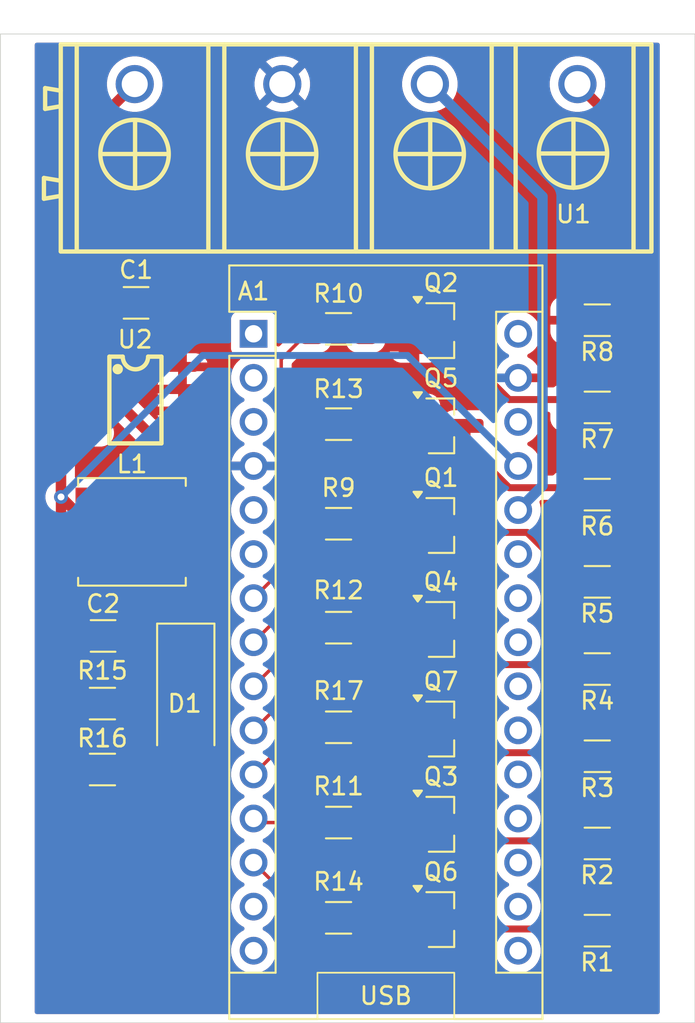
<source format=kicad_pcb>
(kicad_pcb (version 20241229) (generator "pcbnew") (generator_version "9.0")
  (layers (0 "F.Cu" signal) (2 "B.Cu" signal) (13 "F.Paste" user) (15 "B.Paste" user) (5 "F.SilkS" user "F.Silkscreen") (7 "B.SilkS" user "B.Silkscreen") (1 "F.Mask" user) (3 "B.Mask" user) (25 "Edge.Cuts" user))
  (net 0 "")
  (net 1 "GND")
  (net 2 "+BATT")
  (net 3 "Net-(D1-K)")
  (net 4 "VDD")
  (net 6 "SENSOR-OUT")
  (net 7 "MCU-A7")
  (net 8 "BIT4")
  (net 9 "MCU-D8")
  (net 10 "Net-(Q7-G)")
  (net 11 "Net-(C2-Pad2)")
  (net 12 "MCU-D10")
  (net 13 "Net-(Q6-G)")
  (net 14 "Net-(Q5-G)")
  (net 15 "MCU-D5")
  (net 16 "Net-(Q4-G)")
  (net 17 "MCU-D7")
  (net 18 "Net-(Q3-G)")
  (net 19 "MCU-D9")
  (net 20 "Net-(Q2-G)")
  (net 21 "MCU-D4")
  (net 22 "MCU-D6")
  (net 23 "Net-(Q1-G)")
  (net 24 "BIT1")
  (net 25 "BIT2")
  (net 26 "BIT3")
  (net 27 "BIT5")
  (net 28 "BIT6")
  (net 29 "BIT7")
  (footprint "easyeda2kicad:CONN-TH_4P-P8.50_MX8500-8.5-04P-GN01-CU-S-A" (layer "F.Cu") (at 88.61 76.39 180)
    (property "Reference" "U1" (at -12.52 -7.5 0) (layer "F.SilkS"))
    (property "Value" "MX8500-8.5-04P-BK01-CU-S-A")
    (fp_line (start 17.98 -5.41) (end 17.98 -6.61) (stroke (width 0.25)) (layer "F.SilkS"))
    (fp_line (start 17.98 -6.61) (end 17.11 -6.46) (stroke (width 0.25)) (layer "F.SilkS"))
    (fp_line (start 17.91 -0.23) (end 17.91 -1.43) (stroke (width 0.25)) (layer "F.SilkS"))
    (fp_line (start 17.91 -1.43) (end 17.04 -1.28) (stroke (width 0.25)) (layer "F.SilkS"))
    (fp_line (start 17.08 -5.56) (end 17.98 -5.41) (stroke (width 0.25)) (layer "F.SilkS"))
    (fp_line (start 17.01 -0.38) (end 17.91 -0.23) (stroke (width 0.25)) (layer "F.SilkS"))
    (fp_line (start 17.01 -9.65) (end 17.01 2.29) (stroke (width 0.25)) (layer "F.SilkS"))
    (fp_line (start 16.09 -9.6) (end 16.09 2.29) (stroke (width 0.25)) (layer "F.SilkS"))
    (fp_line (start 14.68 -4.03) (end 14.71 -4.06) (stroke (width 0.25)) (layer "F.SilkS"))
    (fp_line (start 12.73 -6.01) (end 12.73 -2.08) (stroke (width 0.25)) (layer "F.SilkS"))
    (fp_line (start 10.81 -4.03) (end 14.68 -4.03) (stroke (width 0.25)) (layer "F.SilkS"))
    (fp_line (start 8.51 -9.65) (end 8.51 2.29) (stroke (width 0.25)) (layer "F.SilkS"))
    (fp_line (start 7.59 -9.6) (end 7.59 2.29) (stroke (width 0.25)) (layer "F.SilkS"))
    (fp_line (start 6.18 -4.03) (end 6.21 -4.06) (stroke (width 0.25)) (layer "F.SilkS"))
    (fp_line (start 4.23 -6.01) (end 4.23 -2.08) (stroke (width 0.25)) (layer "F.SilkS"))
    (fp_line (start 2.31 -4.03) (end 6.18 -4.03) (stroke (width 0.25)) (layer "F.SilkS"))
    (fp_line (start 0.01 2.29) (end 17.01 2.29) (stroke (width 0.25)) (layer "F.SilkS"))
    (fp_line (start 0.01 2.29) (end -17.01 2.29) (stroke (width 0.25)) (layer "F.SilkS"))
    (fp_line (start 0.01 -9.65) (end 17.01 -9.65) (stroke (width 0.25)) (layer "F.SilkS"))
    (fp_line (start 0.01 -9.65) (end 0.01 2.29) (stroke (width 0.25)) (layer "F.SilkS"))
    (fp_line (start -0.91 -9.6) (end -0.91 2.29) (stroke (width 0.25)) (layer "F.SilkS"))
    (fp_line (start -2.32 -4.03) (end -2.29 -4.06) (stroke (width 0.25)) (layer "F.SilkS"))
    (fp_line (start -4.27 -6.01) (end -4.27 -2.08) (stroke (width 0.25)) (layer "F.SilkS"))
    (fp_line (start -6.19 -4.03) (end -2.32 -4.03) (stroke (width 0.25)) (layer "F.SilkS"))
    (fp_line (start -7.81 -9.6) (end -7.81 2.29) (stroke (width 0.25)) (layer "F.SilkS"))
    (fp_line (start -9.19 -9.6) (end -9.19 2.29) (stroke (width 0.25)) (layer "F.SilkS"))
    (fp_line (start -10.57 -4) (end -10.54 -4.03) (stroke (width 0.25)) (layer "F.SilkS"))
    (fp_line (start -12.52 -5.98) (end -12.52 -2.05) (stroke (width 0.25)) (layer "F.SilkS"))
    (fp_line (start -14.44 -4) (end -10.57 -4) (stroke (width 0.25)) (layer "F.SilkS"))
    (fp_line (start -15.98 -9.6) (end -15.98 2.29) (stroke (width 0.25)) (layer "F.SilkS"))
    (fp_line (start -17.01 2.29) (end -17.01 -9.65) (stroke (width 0.25)) (layer "F.SilkS"))
    (fp_line (start -17.01 -9.65) (end 0.01 -9.65) (stroke (width 0.25)) (layer "F.SilkS"))
    (fp_circle (center 12.76 -4.03) (end 14.73 -4.03) (stroke (width 0.25)) (fill no) (layer "F.SilkS"))
    (fp_circle (center 4.26 -4.03) (end 6.23 -4.03) (stroke (width 0.25)) (fill no) (layer "F.SilkS"))
    (fp_circle (center -4.24 -4.03) (end -2.27 -4.03) (stroke (width 0.25)) (fill no) (layer "F.SilkS"))
    (fp_circle (center -12.49 -4) (end -10.52 -4) (stroke (width 0.25)) (fill no) (layer "F.SilkS"))
    (pad "1" thru_hole circle (at -12.75 0 180) (size 2.2 2.2) (drill 1.500022) (layers "*.Cu" "*.Mask") (net 6 "SENSOR-OUT"))
    (pad "2" thru_hole circle (at -4.25 0 180) (size 2.2 2.2) (drill 1.500022) (layers "*.Cu" "*.Mask") (net 7 "MCU-A7"))
    (pad "3" thru_hole circle (at 4.25 0 180) (size 2.2 2.2) (drill 1.500022) (layers "*.Cu" "*.Mask") (net 1 "GND"))
    (pad "4" thru_hole circle (at 12.75 0 180) (size 2.2 2.2) (drill 1.500022) (layers "*.Cu" "*.Mask") (net 2 "+BATT"))
  )
  (footprint "Resistor_SMD:R_1206_3216Metric_Pad1.30x1.75mm_HandSolder" (layer "F.Cu") (at 102.5 105.081429 180)
    (property "Reference" "R5" (at 0 -1.83 0) (layer "F.SilkS"))
    (property "Value" "???")
    (fp_line (start -0.727064 0.91) (end 0.727064 0.91) (stroke (width 0.12)) (layer "F.SilkS"))
    (fp_line (start -0.727064 -0.91) (end 0.727064 -0.91) (stroke (width 0.12)) (layer "F.SilkS"))
    (pad "1" smd roundrect (at -1.55 0 180) (size 1.3 1.75) (layers "F.Cu" "F.Mask" "F.Paste") (roundrect_rratio 0.192308) (net 6 "SENSOR-OUT"))
    (pad "2" smd roundrect (at 1.55 0 180) (size 1.3 1.75) (layers "F.Cu" "F.Mask" "F.Paste") (roundrect_rratio 0.192308) (net 26 "BIT3"))
  )
  (footprint "Package_TO_SOT_SMD:SOT-23_Handsoldering" (layer "F.Cu") (at 93.5 90.6)
    (property "Reference" "Q2" (at 0 -2.75 0) (layer "F.SilkS"))
    (property "Value" "2N7002")
    (fp_line (start -0.04 -1.58) (end -0.84 -1.58) (stroke (width 0.12)) (layer "F.SilkS"))
    (fp_line (start -0.04 -1.58) (end 0.76 -1.58) (stroke (width 0.12)) (layer "F.SilkS"))
    (fp_line (start 0.76 -1.58) (end 0.76 -0.65) (stroke (width 0.12)) (layer "F.SilkS"))
    (fp_line (start 0.76 1.58) (end -0.7 1.58) (stroke (width 0.12)) (layer "F.SilkS"))
    (fp_line (start 0.76 1.58) (end 0.76 0.65) (stroke (width 0.12)) (layer "F.SilkS"))
    (fp_poly (pts (xy -1.34 -1.61) (xy -1.58 -1.94) (xy -1.1 -1.94) (xy -1.34 -1.61)) (stroke (width 0.12)) (fill yes) (layer "F.SilkS"))
    (pad "1" smd roundrect (at -1.5 -0.95) (size 1.9 0.8) (layers "F.Cu" "F.Mask" "F.Paste") (net 20 "Net-(Q2-G)"))
    (pad "2" smd roundrect (at -1.5 0.95) (size 1.9 0.8) (layers "F.Cu" "F.Mask" "F.Paste") (net 1 "GND"))
    (pad "3" smd roundrect (at 1.5 0) (size 1.9 0.8) (layers "F.Cu" "F.Mask" "F.Paste") (net 24 "BIT1"))
  )
  (footprint "Resistor_SMD:R_1206_3216Metric_Pad1.30x1.75mm_HandSolder" (layer "F.Cu") (at 102.5 110.108571 180)
    (property "Reference" "R4" (at 0 -1.83 0) (layer "F.SilkS"))
    (property "Value" "???")
    (fp_line (start -0.727064 0.91) (end 0.727064 0.91) (stroke (width 0.12)) (layer "F.SilkS"))
    (fp_line (start -0.727064 -0.91) (end 0.727064 -0.91) (stroke (width 0.12)) (layer "F.SilkS"))
    (pad "1" smd roundrect (at -1.55 0 180) (size 1.3 1.75) (layers "F.Cu" "F.Mask" "F.Paste") (roundrect_rratio 0.192308) (net 6 "SENSOR-OUT"))
    (pad "2" smd roundrect (at 1.55 0 180) (size 1.3 1.75) (layers "F.Cu" "F.Mask" "F.Paste") (roundrect_rratio 0.192308) (net 8 "BIT4"))
  )
  (footprint "Resistor_SMD:R_1206_3216Metric_Pad1.30x1.75mm_HandSolder" (layer "F.Cu") (at 102.5 100.054286 180)
    (property "Reference" "R6" (at 0 -1.83 0) (layer "F.SilkS"))
    (property "Value" "???")
    (fp_line (start -0.727064 0.91) (end 0.727064 0.91) (stroke (width 0.12)) (layer "F.SilkS"))
    (fp_line (start -0.727064 -0.91) (end 0.727064 -0.91) (stroke (width 0.12)) (layer "F.SilkS"))
    (pad "1" smd roundrect (at -1.55 0 180) (size 1.3 1.75) (layers "F.Cu" "F.Mask" "F.Paste") (roundrect_rratio 0.192308) (net 6 "SENSOR-OUT"))
    (pad "2" smd roundrect (at 1.55 0 180) (size 1.3 1.75) (layers "F.Cu" "F.Mask" "F.Paste") (roundrect_rratio 0.192308) (net 25 "BIT2"))
  )
  (footprint "Package_TO_SOT_SMD:SOT-23_Handsoldering" (layer "F.Cu") (at 93.5 119.058333)
    (property "Reference" "Q3" (at 0 -2.75 0) (layer "F.SilkS"))
    (property "Value" "2N7002")
    (fp_line (start -0.04 -1.58) (end -0.84 -1.58) (stroke (width 0.12)) (layer "F.SilkS"))
    (fp_line (start -0.04 -1.58) (end 0.76 -1.58) (stroke (width 0.12)) (layer "F.SilkS"))
    (fp_line (start 0.76 -1.58) (end 0.76 -0.65) (stroke (width 0.12)) (layer "F.SilkS"))
    (fp_line (start 0.76 1.58) (end -0.7 1.58) (stroke (width 0.12)) (layer "F.SilkS"))
    (fp_line (start 0.76 1.58) (end 0.76 0.65) (stroke (width 0.12)) (layer "F.SilkS"))
    (fp_poly (pts (xy -1.34 -1.61) (xy -1.58 -1.94) (xy -1.1 -1.94) (xy -1.34 -1.61)) (stroke (width 0.12)) (fill yes) (layer "F.SilkS"))
    (pad "1" smd roundrect (at -1.5 -0.95) (size 1.9 0.8) (layers "F.Cu" "F.Mask" "F.Paste") (net 18 "Net-(Q3-G)"))
    (pad "2" smd roundrect (at -1.5 0.95) (size 1.9 0.8) (layers "F.Cu" "F.Mask" "F.Paste") (net 1 "GND"))
    (pad "3" smd roundrect (at 1.5 0) (size 1.9 0.8) (layers "F.Cu" "F.Mask" "F.Paste") (net 28 "BIT6"))
  )
  (footprint "Resistor_SMD:R_1206_3216Metric_Pad1.30x1.75mm_HandSolder" (layer "F.Cu") (at 87.6 101.733333 180)
    (property "Reference" "R9" (at 0 2.066666 0) (layer "F.SilkS"))
    (property "Value" "1k")
    (fp_line (start -0.727064 0.91) (end 0.727064 0.91) (stroke (width 0.12)) (layer "F.SilkS"))
    (fp_line (start -0.727064 -0.91) (end 0.727064 -0.91) (stroke (width 0.12)) (layer "F.SilkS"))
    (pad "1" smd roundrect (at -1.55 0 180) (size 1.3 1.75) (layers "F.Cu" "F.Mask" "F.Paste") (roundrect_rratio 0.192308) (net 23 "Net-(Q1-G)"))
    (pad "2" smd roundrect (at 1.55 0 180) (size 1.3 1.75) (layers "F.Cu" "F.Mask" "F.Paste") (roundrect_rratio 0.192308) (net 22 "MCU-D6"))
  )
  (footprint "Resistor_SMD:R_1206_3216Metric_Pad1.30x1.75mm_HandSolder" (layer "F.Cu") (at 87.6 107.725 180)
    (property "Reference" "R12" (at 0 2.158333 0) (layer "F.SilkS"))
    (property "Value" "1k")
    (fp_line (start -0.727064 0.91) (end 0.727064 0.91) (stroke (width 0.12)) (layer "F.SilkS"))
    (fp_line (start -0.727064 -0.91) (end 0.727064 -0.91) (stroke (width 0.12)) (layer "F.SilkS"))
    (pad "1" smd roundrect (at -1.55 0 180) (size 1.3 1.75) (layers "F.Cu" "F.Mask" "F.Paste") (roundrect_rratio 0.192308) (net 16 "Net-(Q4-G)"))
    (pad "2" smd roundrect (at 1.55 0 180) (size 1.3 1.75) (layers "F.Cu" "F.Mask" "F.Paste") (roundrect_rratio 0.192308) (net 17 "MCU-D7"))
  )
  (footprint "Capacitor_SMD:C_1206_3216Metric_Pad1.33x1.80mm_HandSolder" (layer "F.Cu") (at 74.0375 108.2)
    (property "Reference" "C2" (at 0 -1.85 0) (layer "F.SilkS"))
    (property "Value" "47uF")
    (fp_line (start -0.711252 -0.91) (end 0.711252 -0.91) (stroke (width 0.12)) (layer "F.SilkS"))
    (fp_line (start -0.711252 0.91) (end 0.711252 0.91) (stroke (width 0.12)) (layer "F.SilkS"))
    (pad "1" smd roundrect (at -1.5625 0) (size 1.325 1.8) (layers "F.Cu" "F.Mask" "F.Paste") (roundrect_rratio 0.188679) (net 4 "VDD"))
    (pad "2" smd roundrect (at 1.5625 0) (size 1.325 1.8) (layers "F.Cu" "F.Mask" "F.Paste") (roundrect_rratio 0.188679) (net 11 "Net-(C2-Pad2)"))
  )
  (footprint "Package_TO_SOT_SMD:SOT-23_Handsoldering" (layer "F.Cu") (at 93.5 101.833333)
    (property "Reference" "Q1" (at 0 -2.75 0) (layer "F.SilkS"))
    (property "Value" "2N7002")
    (fp_line (start -0.04 -1.58) (end -0.84 -1.58) (stroke (width 0.12)) (layer "F.SilkS"))
    (fp_line (start -0.04 -1.58) (end 0.76 -1.58) (stroke (width 0.12)) (layer "F.SilkS"))
    (fp_line (start 0.76 -1.58) (end 0.76 -0.65) (stroke (width 0.12)) (layer "F.SilkS"))
    (fp_line (start 0.76 1.58) (end -0.7 1.58) (stroke (width 0.12)) (layer "F.SilkS"))
    (fp_line (start 0.76 1.58) (end 0.76 0.65) (stroke (width 0.12)) (layer "F.SilkS"))
    (fp_poly (pts (xy -1.34 -1.61) (xy -1.58 -1.94) (xy -1.1 -1.94) (xy -1.34 -1.61)) (stroke (width 0.12)) (fill yes) (layer "F.SilkS"))
    (pad "1" smd roundrect (at -1.5 -0.95) (size 1.9 0.8) (layers "F.Cu" "F.Mask" "F.Paste") (net 23 "Net-(Q1-G)"))
    (pad "2" smd roundrect (at -1.5 0.95) (size 1.9 0.8) (layers "F.Cu" "F.Mask" "F.Paste") (net 1 "GND"))
    (pad "3" smd roundrect (at 1.5 0) (size 1.9 0.8) (layers "F.Cu" "F.Mask" "F.Paste") (net 26 "BIT3"))
  )
  (footprint "Resistor_SMD:R_1206_3216Metric_Pad1.30x1.75mm_HandSolder" (layer "F.Cu") (at 102.5 95.027143 180)
    (property "Reference" "R7" (at 0 -1.83 0) (layer "F.SilkS"))
    (property "Value" "???")
    (fp_line (start -0.727064 0.91) (end 0.727064 0.91) (stroke (width 0.12)) (layer "F.SilkS"))
    (fp_line (start -0.727064 -0.91) (end 0.727064 -0.91) (stroke (width 0.12)) (layer "F.SilkS"))
    (pad "1" smd roundrect (at -1.55 0 180) (size 1.3 1.75) (layers "F.Cu" "F.Mask" "F.Paste") (roundrect_rratio 0.192308) (net 6 "SENSOR-OUT"))
    (pad "2" smd roundrect (at 1.55 0 180) (size 1.3 1.75) (layers "F.Cu" "F.Mask" "F.Paste") (roundrect_rratio 0.192308) (net 24 "BIT1"))
  )
  (footprint "Resistor_SMD:R_1206_3216Metric_Pad1.30x1.75mm_HandSolder" (layer "F.Cu") (at 102.5 125.19 180)
    (property "Reference" "R1" (at 0 -1.83 0) (layer "F.SilkS"))
    (property "Value" "???")
    (fp_line (start -0.727064 0.91) (end 0.727064 0.91) (stroke (width 0.12)) (layer "F.SilkS"))
    (fp_line (start -0.727064 -0.91) (end 0.727064 -0.91) (stroke (width 0.12)) (layer "F.SilkS"))
    (pad "1" smd roundrect (at -1.55 0 180) (size 1.3 1.75) (layers "F.Cu" "F.Mask" "F.Paste") (roundrect_rratio 0.192308) (net 6 "SENSOR-OUT"))
    (pad "2" smd roundrect (at 1.55 0 180) (size 1.3 1.75) (layers "F.Cu" "F.Mask" "F.Paste") (roundrect_rratio 0.192308) (net 29 "BIT7"))
  )
  (footprint "Resistor_SMD:R_1206_3216Metric_Pad1.30x1.75mm_HandSolder" (layer "F.Cu") (at 87.6 118.958333 180)
    (property "Reference" "R11" (at 0 2.091666 0) (layer "F.SilkS"))
    (property "Value" "1k")
    (fp_line (start -0.727064 0.91) (end 0.727064 0.91) (stroke (width 0.12)) (layer "F.SilkS"))
    (fp_line (start -0.727064 -0.91) (end 0.727064 -0.91) (stroke (width 0.12)) (layer "F.SilkS"))
    (pad "1" smd roundrect (at -1.55 0 180) (size 1.3 1.75) (layers "F.Cu" "F.Mask" "F.Paste") (roundrect_rratio 0.192308) (net 18 "Net-(Q3-G)"))
    (pad "2" smd roundrect (at 1.55 0 180) (size 1.3 1.75) (layers "F.Cu" "F.Mask" "F.Paste") (roundrect_rratio 0.192308) (net 19 "MCU-D9"))
  )
  (footprint "Resistor_SMD:R_1206_3216Metric_Pad1.30x1.75mm_HandSolder" (layer "F.Cu") (at 74 112.1 180)
    (property "Reference" "R15" (at 0 1.9 0) (layer "F.SilkS"))
    (property "Value" "1R")
    (fp_line (start -0.727064 0.91) (end 0.727064 0.91) (stroke (width 0.12)) (layer "F.SilkS"))
    (fp_line (start -0.727064 -0.91) (end 0.727064 -0.91) (stroke (width 0.12)) (layer "F.SilkS"))
    (pad "1" smd roundrect (at -1.55 0 180) (size 1.3 1.75) (layers "F.Cu" "F.Mask" "F.Paste") (roundrect_rratio 0.192308) (net 11 "Net-(C2-Pad2)"))
    (pad "2" smd roundrect (at 1.55 0 180) (size 1.3 1.75) (layers "F.Cu" "F.Mask" "F.Paste") (roundrect_rratio 0.192308) (net 1 "GND"))
  )
  (footprint "Package_TO_SOT_SMD:SOT-23_Handsoldering" (layer "F.Cu") (at 93.5 96.091667)
    (property "Reference" "Q5" (at 0 -2.75 0) (layer "F.SilkS"))
    (property "Value" "2N7002")
    (fp_line (start -0.04 -1.58) (end -0.84 -1.58) (stroke (width 0.12)) (layer "F.SilkS"))
    (fp_line (start -0.04 -1.58) (end 0.76 -1.58) (stroke (width 0.12)) (layer "F.SilkS"))
    (fp_line (start 0.76 -1.58) (end 0.76 -0.65) (stroke (width 0.12)) (layer "F.SilkS"))
    (fp_line (start 0.76 1.58) (end -0.7 1.58) (stroke (width 0.12)) (layer "F.SilkS"))
    (fp_line (start 0.76 1.58) (end 0.76 0.65) (stroke (width 0.12)) (layer "F.SilkS"))
    (fp_poly (pts (xy -1.34 -1.61) (xy -1.58 -1.94) (xy -1.1 -1.94) (xy -1.34 -1.61)) (stroke (width 0.12)) (fill yes) (layer "F.SilkS"))
    (pad "1" smd roundrect (at -1.5 -0.95) (size 1.9 0.8) (layers "F.Cu" "F.Mask" "F.Paste") (net 14 "Net-(Q5-G)"))
    (pad "2" smd roundrect (at -1.5 0.95) (size 1.9 0.8) (layers "F.Cu" "F.Mask" "F.Paste") (net 1 "GND"))
    (pad "3" smd roundrect (at 1.5 0) (size 1.9 0.8) (layers "F.Cu" "F.Mask" "F.Paste") (net 25 "BIT2"))
  )
  (footprint "Module:Arduino_Nano" (layer "F.Cu") (at 82.705 90.783333)
    (property "Reference" "A1" (at 0 -2.45 0) (layer "F.SilkS"))
    (property "Value" "Arduino_Nano_v3.x")
    (fp_line (start -1.4 -3.94) (end -1.4 -1.27) (stroke (width 0.12)) (layer "F.SilkS"))
    (fp_line (start -1.4 1.27) (end -1.4 39.5) (stroke (width 0.12)) (layer "F.SilkS"))
    (fp_line (start -1.4 39.5) (end 3.68 39.5) (stroke (width 0.12)) (layer "F.SilkS"))
    (fp_line (start 1.27 -1.27) (end -1.4 -1.27) (stroke (width 0.12)) (layer "F.SilkS"))
    (fp_line (start 1.27 1.27) (end -1.4 1.27) (stroke (width 0.12)) (layer "F.SilkS"))
    (fp_line (start 1.27 1.27) (end 1.27 -1.27) (stroke (width 0.12)) (layer "F.SilkS"))
    (fp_line (start 1.27 1.27) (end 1.27 36.83) (stroke (width 0.12)) (layer "F.SilkS"))
    (fp_line (start 1.27 36.83) (end -1.4 36.83) (stroke (width 0.12)) (layer "F.SilkS"))
    (fp_line (start 13.97 -1.27) (end 13.97 36.83) (stroke (width 0.12)) (layer "F.SilkS"))
    (fp_line (start 13.97 -1.27) (end 16.64 -1.27) (stroke (width 0.12)) (layer "F.SilkS"))
    (fp_line (start 13.97 36.83) (end 16.64 36.83) (stroke (width 0.12)) (layer "F.SilkS"))
    (fp_line (start 16.64 -3.94) (end -1.4 -3.94) (stroke (width 0.12)) (layer "F.SilkS"))
    (fp_line (start 16.64 39.5) (end 11.56 39.5) (stroke (width 0.12)) (layer "F.SilkS"))
    (fp_line (start 16.64 39.5) (end 16.64 -3.94) (stroke (width 0.12)) (layer "F.SilkS"))
    (fp_rect (start 3.68 36.83) (end 11.56 39.5) (stroke (width 0.1)) (fill no) (layer "F.SilkS"))
    (fp_text user "USB" (at 7.62 38.165 0) (layer "F.SilkS"))
    (pad "1" thru_hole rect (at 0 0) (size 1.6 1.6) (drill 1) (layers "*.Cu" "*.Mask"))
    (pad "2" thru_hole oval (at 0 2.54) (size 1.6 1.6) (drill 1) (layers "*.Cu" "*.Mask"))
    (pad "3" thru_hole oval (at 0 5.08) (size 1.6 1.6) (drill 1) (layers "*.Cu" "*.Mask"))
    (pad "4" thru_hole oval (at 0 7.62) (size 1.6 1.6) (drill 1) (layers "*.Cu" "*.Mask") (net 1 "GND"))
    (pad "5" thru_hole oval (at 0 10.16) (size 1.6 1.6) (drill 1) (layers "*.Cu" "*.Mask"))
    (pad "6" thru_hole oval (at 0 12.7) (size 1.6 1.6) (drill 1) (layers "*.Cu" "*.Mask"))
    (pad "7" thru_hole oval (at 0 15.24) (size 1.6 1.6) (drill 1) (layers "*.Cu" "*.Mask") (net 21 "MCU-D4"))
    (pad "8" thru_hole oval (at 0 17.78) (size 1.6 1.6) (drill 1) (layers "*.Cu" "*.Mask") (net 15 "MCU-D5"))
    (pad "9" thru_hole oval (at 0 20.32) (size 1.6 1.6) (drill 1) (layers "*.Cu" "*.Mask") (net 22 "MCU-D6"))
    (pad "10" thru_hole oval (at 0 22.86) (size 1.6 1.6) (drill 1) (layers "*.Cu" "*.Mask") (net 17 "MCU-D7"))
    (pad "11" thru_hole oval (at 0 25.4) (size 1.6 1.6) (drill 1) (layers "*.Cu" "*.Mask") (net 9 "MCU-D8"))
    (pad "12" thru_hole oval (at 0 27.94) (size 1.6 1.6) (drill 1) (layers "*.Cu" "*.Mask") (net 19 "MCU-D9"))
    (pad "13" thru_hole oval (at 0 30.48) (size 1.6 1.6) (drill 1) (layers "*.Cu" "*.Mask") (net 12 "MCU-D10"))
    (pad "14" thru_hole oval (at 0 33.02) (size 1.6 1.6) (drill 1) (layers "*.Cu" "*.Mask"))
    (pad "15" thru_hole oval (at 0 35.56) (size 1.6 1.6) (drill 1) (layers "*.Cu" "*.Mask"))
    (pad "16" thru_hole oval (at 15.24 35.56) (size 1.6 1.6) (drill 1) (layers "*.Cu" "*.Mask"))
    (pad "17" thru_hole oval (at 15.24 33.02) (size 1.6 1.6) (drill 1) (layers "*.Cu" "*.Mask"))
    (pad "18" thru_hole oval (at 15.24 30.48) (size 1.6 1.6) (drill 1) (layers "*.Cu" "*.Mask"))
    (pad "19" thru_hole oval (at 15.24 27.94) (size 1.6 1.6) (drill 1) (layers "*.Cu" "*.Mask"))
    (pad "20" thru_hole oval (at 15.24 25.4) (size 1.6 1.6) (drill 1) (layers "*.Cu" "*.Mask"))
    (pad "21" thru_hole oval (at 15.24 22.86) (size 1.6 1.6) (drill 1) (layers "*.Cu" "*.Mask"))
    (pad "22" thru_hole oval (at 15.24 20.32) (size 1.6 1.6) (drill 1) (layers "*.Cu" "*.Mask"))
    (pad "23" thru_hole oval (at 15.24 17.78) (size 1.6 1.6) (drill 1) (layers "*.Cu" "*.Mask"))
    (pad "24" thru_hole oval (at 15.24 15.24) (size 1.6 1.6) (drill 1) (layers "*.Cu" "*.Mask"))
    (pad "25" thru_hole oval (at 15.24 12.7) (size 1.6 1.6) (drill 1) (layers "*.Cu" "*.Mask"))
    (pad "26" thru_hole oval (at 15.24 10.16) (size 1.6 1.6) (drill 1) (layers "*.Cu" "*.Mask") (net 7 "MCU-A7"))
    (pad "27" thru_hole oval (at 15.24 7.62) (size 1.6 1.6) (drill 1) (layers "*.Cu" "*.Mask") (net 4 "VDD"))
    (pad "28" thru_hole oval (at 15.24 5.08) (size 1.6 1.6) (drill 1) (layers "*.Cu" "*.Mask"))
    (pad "29" thru_hole oval (at 15.24 2.54) (size 1.6 1.6) (drill 1) (layers "*.Cu" "*.Mask") (net 1 "GND"))
    (pad "30" thru_hole oval (at 15.24 0) (size 1.6 1.6) (drill 1) (layers "*.Cu" "*.Mask"))
  )
  (footprint "Package_TO_SOT_SMD:SOT-23_Handsoldering" (layer "F.Cu") (at 93.5 113.566667)
    (property "Reference" "Q7" (at 0 -2.75 0) (layer "F.SilkS"))
    (property "Value" "2N7002")
    (fp_line (start -0.04 -1.58) (end -0.84 -1.58) (stroke (width 0.12)) (layer "F.SilkS"))
    (fp_line (start -0.04 -1.58) (end 0.76 -1.58) (stroke (width 0.12)) (layer "F.SilkS"))
    (fp_line (start 0.76 -1.58) (end 0.76 -0.65) (stroke (width 0.12)) (layer "F.SilkS"))
    (fp_line (start 0.76 1.58) (end -0.7 1.58) (stroke (width 0.12)) (layer "F.SilkS"))
    (fp_line (start 0.76 1.58) (end 0.76 0.65) (stroke (width 0.12)) (layer "F.SilkS"))
    (fp_poly (pts (xy -1.34 -1.61) (xy -1.58 -1.94) (xy -1.1 -1.94) (xy -1.34 -1.61)) (stroke (width 0.12)) (fill yes) (layer "F.SilkS"))
    (pad "1" smd roundrect (at -1.5 -0.95) (size 1.9 0.8) (layers "F.Cu" "F.Mask" "F.Paste") (net 10 "Net-(Q7-G)"))
    (pad "2" smd roundrect (at -1.5 0.95) (size 1.9 0.8) (layers "F.Cu" "F.Mask" "F.Paste") (net 1 "GND"))
    (pad "3" smd roundrect (at 1.5 0) (size 1.9 0.8) (layers "F.Cu" "F.Mask" "F.Paste") (net 27 "BIT5"))
  )
  (footprint "Resistor_SMD:R_1206_3216Metric_Pad1.30x1.75mm_HandSolder" (layer "F.Cu") (at 87.6 113.466667 180)
    (property "Reference" "R17" (at 0 2.1 0) (layer "F.SilkS"))
    (property "Value" "1k")
    (fp_line (start -0.727064 0.91) (end 0.727064 0.91) (stroke (width 0.12)) (layer "F.SilkS"))
    (fp_line (start -0.727064 -0.91) (end 0.727064 -0.91) (stroke (width 0.12)) (layer "F.SilkS"))
    (pad "1" smd roundrect (at -1.55 0 180) (size 1.3 1.75) (layers "F.Cu" "F.Mask" "F.Paste") (roundrect_rratio 0.192308) (net 10 "Net-(Q7-G)"))
    (pad "2" smd roundrect (at 1.55 0 180) (size 1.3 1.75) (layers "F.Cu" "F.Mask" "F.Paste") (roundrect_rratio 0.192308) (net 9 "MCU-D8"))
  )
  (footprint "Inductor_SMD:L_Bourns_SRN6045TA" (layer "F.Cu") (at 75.7 102.2 180)
    (property "Reference" "L1" (at 0 3.9 0) (layer "F.SilkS"))
    (property "Value" "68uH")
    (fp_line (start 3.1 3.1) (end 3.1 2.65) (stroke (width 0.12)) (layer "F.SilkS"))
    (fp_line (start 3.1 3.1) (end -3.1 3.1) (stroke (width 0.12)) (layer "F.SilkS"))
    (fp_line (start 3.1 -3.1) (end 3.1 -2.65) (stroke (width 0.12)) (layer "F.SilkS"))
    (fp_line (start -3.1 3.1) (end -3.1 2.65) (stroke (width 0.12)) (layer "F.SilkS"))
    (fp_line (start -3.1 -3.1) (end 3.1 -3.1) (stroke (width 0.12)) (layer "F.SilkS"))
    (fp_line (start -3.1 -3.1) (end -3.1 -2.65) (stroke (width 0.12)) (layer "F.SilkS"))
    (pad "1" smd rect (at -2.075 0 180) (size 2.35 5.1) (layers "F.Cu" "F.Mask" "F.Paste") (net 3 "Net-(D1-K)"))
    (pad "2" smd rect (at 2.075 0 180) (size 2.35 5.1) (layers "F.Cu" "F.Mask" "F.Paste") (net 4 "VDD"))
  )
  (footprint "Resistor_SMD:R_1206_3216Metric_Pad1.30x1.75mm_HandSolder" (layer "F.Cu") (at 74 115.9 180)
    (property "Reference" "R16" (at 0 1.8 0) (layer "F.SilkS"))
    (property "Value" "1R")
    (fp_line (start -0.727064 0.91) (end 0.727064 0.91) (stroke (width 0.12)) (layer "F.SilkS"))
    (fp_line (start -0.727064 -0.91) (end 0.727064 -0.91) (stroke (width 0.12)) (layer "F.SilkS"))
    (pad "1" smd roundrect (at -1.55 0 180) (size 1.3 1.75) (layers "F.Cu" "F.Mask" "F.Paste") (roundrect_rratio 0.192308) (net 11 "Net-(C2-Pad2)"))
    (pad "2" smd roundrect (at 1.55 0 180) (size 1.3 1.75) (layers "F.Cu" "F.Mask" "F.Paste") (roundrect_rratio 0.192308) (net 1 "GND"))
  )
  (footprint "Capacitor_SMD:C_1206_3216Metric_Pad1.33x1.80mm_HandSolder" (layer "F.Cu") (at 75.9375 89 180)
    (property "Reference" "C1" (at 0 1.9 0) (layer "F.SilkS"))
    (property "Value" "22uF")
    (fp_line (start -0.711252 0.91) (end 0.711252 0.91) (stroke (width 0.12)) (layer "F.SilkS"))
    (fp_line (start -0.711252 -0.91) (end 0.711252 -0.91) (stroke (width 0.12)) (layer "F.SilkS"))
    (pad "1" smd roundrect (at -1.5625 0 180) (size 1.325 1.8) (layers "F.Cu" "F.Mask" "F.Paste") (roundrect_rratio 0.188679) (net 1 "GND"))
    (pad "2" smd roundrect (at 1.5625 0 180) (size 1.325 1.8) (layers "F.Cu" "F.Mask" "F.Paste") (roundrect_rratio 0.188679) (net 2 "+BATT"))
  )
  (footprint "easyeda2kicad:SOIC-8_L5.0-W4.0-P1.27-LS6.0-BL" (layer "F.Cu") (at 75.9 94.6 -90)
    (property "Reference" "U2" (at -3.49 0.02 0) (layer "F.SilkS"))
    (property "Value" "XL1509-5.0E1")
    (fp_line (start -2.5 1.5) (end 2.5 1.5) (stroke (width 0.25)) (layer "F.SilkS"))
    (fp_line (start -2.5 1.5) (end -2.5 0.73) (stroke (width 0.25)) (layer "F.SilkS"))
    (fp_line (start -2.5 -1.5) (end -2.5 -0.73) (stroke (width 0.25)) (layer "F.SilkS"))
    (fp_line (start -2.5 -1.5) (end 2.5 -1.5) (stroke (width 0.25)) (layer "F.SilkS"))
    (fp_line (start 2.5 -1.5) (end 2.5 1.5) (stroke (width 0.25)) (layer "F.SilkS"))
    (fp_arc (start -2.5 -0.73) (mid -1.77 0) (end -2.5 0.73) (stroke (width 0.25)) (layer "F.SilkS"))
    (fp_circle (center -1.78 1.02) (end -1.63 1.02) (stroke (width 0.3)) (fill no) (layer "F.SilkS"))
    (pad "1" smd oval (at -1.91 2.71 270) (size 0.57 1.95) (layers "F.Cu" "F.Mask" "F.Paste") (net 2 "+BATT"))
    (pad "2" smd oval (at -0.63 2.71 270) (size 0.57 1.95) (layers "F.Cu" "F.Mask" "F.Paste") (net 3 "Net-(D1-K)"))
    (pad "3" smd oval (at 0.63 2.71 270) (size 0.57 1.95) (layers "F.Cu" "F.Mask" "F.Paste") (net 4 "VDD"))
    (pad "4" smd oval (at 1.9 2.71 270) (size 0.57 1.95) (layers "F.Cu" "F.Mask" "F.Paste"))
    (pad "5" smd oval (at 1.9 -2.71 270) (size 0.57 1.95) (layers "F.Cu" "F.Mask" "F.Paste") (net 1 "GND"))
    (pad "6" smd oval (at 0.63 -2.71 270) (size 0.57 1.95) (layers "F.Cu" "F.Mask" "F.Paste") (net 1 "GND"))
    (pad "7" smd oval (at -0.63 -2.71 270) (size 0.57 1.95) (layers "F.Cu" "F.Mask" "F.Paste") (net 1 "GND"))
    (pad "8" smd oval (at -1.91 -2.71 270) (size 0.57 1.95) (layers "F.Cu" "F.Mask" "F.Paste") (net 1 "GND"))
  )
  (footprint "Resistor_SMD:R_1206_3216Metric_Pad1.30x1.75mm_HandSolder" (layer "F.Cu") (at 87.6 90.5 180)
    (property "Reference" "R10" (at 0 2.033333 0) (layer "F.SilkS"))
    (property "Value" "1k")
    (fp_line (start -0.727064 0.91) (end 0.727064 0.91) (stroke (width 0.12)) (layer "F.SilkS"))
    (fp_line (start -0.727064 -0.91) (end 0.727064 -0.91) (stroke (width 0.12)) (layer "F.SilkS"))
    (pad "1" smd roundrect (at -1.55 0 180) (size 1.3 1.75) (layers "F.Cu" "F.Mask" "F.Paste") (roundrect_rratio 0.192308) (net 20 "Net-(Q2-G)"))
    (pad "2" smd roundrect (at 1.55 0 180) (size 1.3 1.75) (layers "F.Cu" "F.Mask" "F.Paste") (roundrect_rratio 0.192308) (net 21 "MCU-D4"))
  )
  (footprint "Package_TO_SOT_SMD:SOT-23_Handsoldering" (layer "F.Cu") (at 93.5 107.825)
    (property "Reference" "Q4" (at 0 -2.75 0) (layer "F.SilkS"))
    (property "Value" "2N7002")
    (fp_line (start -0.04 -1.58) (end -0.84 -1.58) (stroke (width 0.12)) (layer "F.SilkS"))
    (fp_line (start -0.04 -1.58) (end 0.76 -1.58) (stroke (width 0.12)) (layer "F.SilkS"))
    (fp_line (start 0.76 -1.58) (end 0.76 -0.65) (stroke (width 0.12)) (layer "F.SilkS"))
    (fp_line (start 0.76 1.58) (end -0.7 1.58) (stroke (width 0.12)) (layer "F.SilkS"))
    (fp_line (start 0.76 1.58) (end 0.76 0.65) (stroke (width 0.12)) (layer "F.SilkS"))
    (fp_poly (pts (xy -1.34 -1.61) (xy -1.58 -1.94) (xy -1.1 -1.94) (xy -1.34 -1.61)) (stroke (width 0.12)) (fill yes) (layer "F.SilkS"))
    (pad "1" smd roundrect (at -1.5 -0.95) (size 1.9 0.8) (layers "F.Cu" "F.Mask" "F.Paste") (net 16 "Net-(Q4-G)"))
    (pad "2" smd roundrect (at -1.5 0.95) (size 1.9 0.8) (layers "F.Cu" "F.Mask" "F.Paste") (net 1 "GND"))
    (pad "3" smd roundrect (at 1.5 0) (size 1.9 0.8) (layers "F.Cu" "F.Mask" "F.Paste") (net 8 "BIT4"))
  )
  (footprint "Resistor_SMD:R_1206_3216Metric_Pad1.30x1.75mm_HandSolder" (layer "F.Cu") (at 102.5 90 180)
    (property "Reference" "R8" (at 0 -1.83 0) (layer "F.SilkS"))
    (property "Value" "???")
    (fp_line (start -0.727064 0.91) (end 0.727064 0.91) (stroke (width 0.12)) (layer "F.SilkS"))
    (fp_line (start -0.727064 -0.91) (end 0.727064 -0.91) (stroke (width 0.12)) (layer "F.SilkS"))
    (pad "1" smd roundrect (at -1.55 0 180) (size 1.3 1.75) (layers "F.Cu" "F.Mask" "F.Paste") (roundrect_rratio 0.192308) (net 6 "SENSOR-OUT"))
    (pad "2" smd roundrect (at 1.55 0 180) (size 1.3 1.75) (layers "F.Cu" "F.Mask" "F.Paste") (roundrect_rratio 0.192308) (net 1 "GND"))
  )
  (footprint "Resistor_SMD:R_1206_3216Metric_Pad1.30x1.75mm_HandSolder" (layer "F.Cu") (at 102.5 115.135714 180)
    (property "Reference" "R3" (at 0 -1.83 0) (layer "F.SilkS"))
    (property "Value" "???")
    (fp_line (start -0.727064 0.91) (end 0.727064 0.91) (stroke (width 0.12)) (layer "F.SilkS"))
    (fp_line (start -0.727064 -0.91) (end 0.727064 -0.91) (stroke (width 0.12)) (layer "F.SilkS"))
    (pad "1" smd roundrect (at -1.55 0 180) (size 1.3 1.75) (layers "F.Cu" "F.Mask" "F.Paste") (roundrect_rratio 0.192308) (net 6 "SENSOR-OUT"))
    (pad "2" smd roundrect (at 1.55 0 180) (size 1.3 1.75) (layers "F.Cu" "F.Mask" "F.Paste") (roundrect_rratio 0.192308) (net 27 "BIT5"))
  )
  (footprint "Diode_SMD:D_SMA_Handsoldering" (layer "F.Cu") (at 78.8 112 -90)
    (property "Reference" "D1" (at 0.1 0.065 0) (layer "F.SilkS"))
    (property "Value" "SS14")
    (fp_line (start -4.51 1.65) (end 2.5 1.65) (stroke (width 0.12)) (layer "F.SilkS"))
    (fp_line (start -4.51 -1.65) (end -4.51 1.65) (stroke (width 0.12)) (layer "F.SilkS"))
    (fp_line (start -4.51 -1.65) (end 2.5 -1.65) (stroke (width 0.12)) (layer "F.SilkS"))
    (pad "1" smd roundrect (at -2.5 0 270) (size 3.5 1.8) (layers "F.Cu" "F.Mask" "F.Paste") (roundrect_rratio 0.1388888889) (net 3 "Net-(D1-K)"))
    (pad "2" smd roundrect (at 2.5 0 270) (size 3.5 1.8) (layers "F.Cu" "F.Mask" "F.Paste") (roundrect_rratio 0.1388888889) (net 1 "GND"))
  )
  (footprint "Resistor_SMD:R_1206_3216Metric_Pad1.30x1.75mm_HandSolder" (layer "F.Cu") (at 87.6 95.991667 180)
    (property "Reference" "R13" (at 0 2.025 0) (layer "F.SilkS"))
    (property "Value" "1k")
    (fp_line (start -0.727064 0.91) (end 0.727064 0.91) (stroke (width 0.12)) (layer "F.SilkS"))
    (fp_line (start -0.727064 -0.91) (end 0.727064 -0.91) (stroke (width 0.12)) (layer "F.SilkS"))
    (pad "1" smd roundrect (at -1.55 0 180) (size 1.3 1.75) (layers "F.Cu" "F.Mask" "F.Paste") (roundrect_rratio 0.192308) (net 14 "Net-(Q5-G)"))
    (pad "2" smd roundrect (at 1.55 0 180) (size 1.3 1.75) (layers "F.Cu" "F.Mask" "F.Paste") (roundrect_rratio 0.192308) (net 15 "MCU-D5"))
  )
  (footprint "Resistor_SMD:R_1206_3216Metric_Pad1.30x1.75mm_HandSolder" (layer "F.Cu") (at 87.6 124.45 180)
    (property "Reference" "R14" (at 0 2.083333 0) (layer "F.SilkS"))
    (property "Value" "1k")
    (fp_line (start -0.727064 0.91) (end 0.727064 0.91) (stroke (width 0.12)) (layer "F.SilkS"))
    (fp_line (start -0.727064 -0.91) (end 0.727064 -0.91) (stroke (width 0.12)) (layer "F.SilkS"))
    (pad "1" smd roundrect (at -1.55 0 180) (size 1.3 1.75) (layers "F.Cu" "F.Mask" "F.Paste") (roundrect_rratio 0.192308) (net 13 "Net-(Q6-G)"))
    (pad "2" smd roundrect (at 1.55 0 180) (size 1.3 1.75) (layers "F.Cu" "F.Mask" "F.Paste") (roundrect_rratio 0.192308) (net 12 "MCU-D10"))
  )
  (footprint "Package_TO_SOT_SMD:SOT-23_Handsoldering" (layer "F.Cu") (at 93.5 124.55)
    (property "Reference" "Q6" (at 0 -2.75 0) (layer "F.SilkS"))
    (property "Value" "2N7002")
    (fp_line (start -0.04 -1.58) (end -0.84 -1.58) (stroke (width 0.12)) (layer "F.SilkS"))
    (fp_line (start -0.04 -1.58) (end 0.76 -1.58) (stroke (width 0.12)) (layer "F.SilkS"))
    (fp_line (start 0.76 -1.58) (end 0.76 -0.65) (stroke (width 0.12)) (layer "F.SilkS"))
    (fp_line (start 0.76 1.58) (end -0.7 1.58) (stroke (width 0.12)) (layer "F.SilkS"))
    (fp_line (start 0.76 1.58) (end 0.76 0.65) (stroke (width 0.12)) (layer "F.SilkS"))
    (fp_poly (pts (xy -1.34 -1.61) (xy -1.58 -1.94) (xy -1.1 -1.94) (xy -1.34 -1.61)) (stroke (width 0.12)) (fill yes) (layer "F.SilkS"))
    (pad "1" smd roundrect (at -1.5 -0.95) (size 1.9 0.8) (layers "F.Cu" "F.Mask" "F.Paste") (net 13 "Net-(Q6-G)"))
    (pad "2" smd roundrect (at -1.5 0.95) (size 1.9 0.8) (layers "F.Cu" "F.Mask" "F.Paste") (net 1 "GND"))
    (pad "3" smd roundrect (at 1.5 0) (size 1.9 0.8) (layers "F.Cu" "F.Mask" "F.Paste") (net 29 "BIT7"))
  )
  (footprint "Resistor_SMD:R_1206_3216Metric_Pad1.30x1.75mm_HandSolder" (layer "F.Cu") (at 102.5 120.162857 180)
    (property "Reference" "R2" (at 0 -1.83 0) (layer "F.SilkS"))
    (property "Value" "???")
    (fp_line (start -0.727064 0.91) (end 0.727064 0.91) (stroke (width 0.12)) (layer "F.SilkS"))
    (fp_line (start -0.727064 -0.91) (end 0.727064 -0.91) (stroke (width 0.12)) (layer "F.SilkS"))
    (pad "1" smd roundrect (at -1.55 0 180) (size 1.3 1.75) (layers "F.Cu" "F.Mask" "F.Paste") (roundrect_rratio 0.192308) (net 6 "SENSOR-OUT"))
    (pad "2" smd roundrect (at 1.55 0 180) (size 1.3 1.75) (layers "F.Cu" "F.Mask" "F.Paste") (roundrect_rratio 0.192308) (net 28 "BIT6"))
  )
  (gr_rect (start 68.125 73.5) (end 108.125 130.5) (stroke (width 0.05)) (fill no) (layer "Edge.Cuts"))
  (segment (start 74.375 77.875) (end 75.86 76.39) (width 0.6) (layer "F.Cu") (net 2))
  (segment (start 74.375 89) (end 74.375 77.875) (width 0.6) (layer "F.Cu") (net 2))
  (segment (start 74.375 91.505) (end 73.19 92.69) (width 0.6) (layer "F.Cu") (net 2))
  (segment (start 74.375 89) (end 74.375 91.505) (width 0.6) (layer "F.Cu") (net 2))
  (segment (start 77.775 108.475) (end 78.8 109.5) (width 0.6) (layer "F.Cu") (net 3))
  (segment (start 74.137007 93.97) (end 77.775 97.607993) (width 0.6) (layer "F.Cu") (net 3))
  (segment (start 73.19 93.97) (end 74.137007 93.97) (width 0.6) (layer "F.Cu") (net 3))
  (segment (start 77.775 102.2) (end 77.775 108.475) (width 0.6) (layer "F.Cu") (net 3))
  (segment (start 77.775 97.607993) (end 77.775 102.2) (width 0.6) (layer "F.Cu") (net 3))
  (segment (start 72.517007 95.23) (end 73.19 95.23) (width 0.6) (layer "F.Cu") (net 4))
  (segment (start 71.614 96.133007) (end 71.614 100.189) (width 0.6) (layer "F.Cu") (net 4))
  (segment (start 71.614 96.133007) (end 72.517007 95.23) (width 0.6) (layer "F.Cu") (net 4))
  (segment (start 72.475 108.2) (end 71.614 107.339) (width 0.6) (layer "F.Cu") (net 4))
  (segment (start 71.614 100.189) (end 73.625 102.2) (width 0.6) (layer "F.Cu") (net 4))
  (segment (start 71.614 107.339) (end 71.614 96.133007) (width 0.6) (layer "F.Cu") (net 4))
  (via (at 71.614 100.189) (size 0.8) (drill 0.4) (layers "F.Cu" "B.Cu") (net 4))
  (segment (start 91.576 92.034333) (end 79.768667 92.034333) (width 0.4) (layer "B.Cu") (net 4))
  (segment (start 79.768667 92.034333) (end 71.614 100.189) (width 0.4) (layer "B.Cu") (net 4))
  (segment (start 97.945 98.403333) (end 91.576 92.034333) (width 0.4) (layer "B.Cu") (net 4))
  (segment (start 104.05 90) (end 104.05 95.027143) (width 0.6) (layer "F.Cu") (net 6))
  (segment (start 104.05 120.162857) (end 104.05 125.19) (width 0.6) (layer "F.Cu") (net 6))
  (segment (start 104.05 115.135714) (end 104.05 120.162857) (width 0.6) (layer "F.Cu") (net 6))
  (segment (start 104.05 79.08) (end 104.05 90) (width 0.6) (layer "F.Cu") (net 6))
  (segment (start 104.05 110.108571) (end 104.05 115.135714) (width 0.6) (layer "F.Cu") (net 6))
  (segment (start 104.05 105.081429) (end 104.05 110.108571) (width 0.6) (layer "F.Cu") (net 6))
  (segment (start 104.05 100.054286) (end 104.05 105.081429) (width 0.6) (layer "F.Cu") (net 6))
  (segment (start 101.36 76.39) (end 104.05 79.08) (width 0.6) (layer "F.Cu") (net 6))
  (segment (start 104.05 95.027143) (end 104.05 100.054286) (width 0.6) (layer "F.Cu") (net 6))
  (segment (start 99.346 99.542333) (end 99.346 82.876) (width 0.6) (layer "B.Cu") (net 7))
  (segment (start 99.346 82.876) (end 92.86 76.39) (width 0.6) (layer "B.Cu") (net 7))
  (segment (start 97.945 100.943333) (end 99.346 99.542333) (width 0.6) (layer "B.Cu") (net 7))
  (segment (start 97.027333 109.852333) (end 95 107.825) (width 0.4) (layer "F.Cu") (net 8))
  (segment (start 100.693762 109.852333) (end 97.027333 109.852333) (width 0.4) (layer "F.Cu") (net 8))
  (segment (start 100.95 110.108571) (end 100.693762 109.852333) (width 0.4) (layer "F.Cu") (net 8))
  (segment (start 85.421666 113.466667) (end 86.05 113.466667) (width 0.2) (layer "F.Cu") (net 9))
  (segment (start 82.705 116.183333) (end 85.421666 113.466667) (width 0.2) (layer "F.Cu") (net 9))
  (segment (start 90 112.616667) (end 89.15 113.466667) (width 0.6) (layer "F.Cu") (net 10))
  (segment (start 92 112.616667) (end 90 112.616667) (width 0.6) (layer "F.Cu") (net 10))
  (segment (start 75.6 108.2) (end 75.6 112.05) (width 0.6) (layer "F.Cu") (net 11))
  (segment (start 75.6 112.05) (end 75.55 112.1) (width 0.6) (layer "F.Cu") (net 11))
  (segment (start 75.55 112.1) (end 75.55 115.9) (width 0.6) (layer "F.Cu") (net 11))
  (segment (start 82.705 121.263333) (end 85.891667 124.45) (width 0.2) (layer "F.Cu") (net 12))
  (segment (start 85.891667 124.45) (end 86.05 124.45) (width 0.2) (layer "F.Cu") (net 12))
  (segment (start 92 123.6) (end 90 123.6) (width 0.6) (layer "F.Cu") (net 13))
  (segment (start 90 123.6) (end 89.15 124.45) (width 0.6) (layer "F.Cu") (net 13))
  (segment (start 90 95.141667) (end 89.15 95.991667) (width 0.6) (layer "F.Cu") (net 14))
  (segment (start 92 95.141667) (end 90 95.141667) (width 0.6) (layer "F.Cu") (net 14))
  (segment (start 84.698 106.570333) (end 82.705 108.563333) (width 0.2) (layer "F.Cu") (net 15))
  (segment (start 86.05 95.991667) (end 84.698 97.343667) (width 0.2) (layer "F.Cu") (net 15))
  (segment (start 84.698 97.343667) (end 84.698 106.570333) (width 0.2) (layer "F.Cu") (net 15))
  (segment (start 90 106.875) (end 89.15 107.725) (width 0.6) (layer "F.Cu") (net 16))
  (segment (start 92 106.875) (end 90 106.875) (width 0.6) (layer "F.Cu") (net 16))
  (segment (start 82.705 113.643333) (end 86.05 110.298333) (width 0.2) (layer "F.Cu") (net 17))
  (segment (start 86.05 110.298333) (end 86.05 107.725) (width 0.2) (layer "F.Cu") (net 17))
  (segment (start 92 118.108333) (end 90 118.108333) (width 0.6) (layer "F.Cu") (net 18))
  (segment (start 90 118.108333) (end 89.15 118.958333) (width 0.6) (layer "F.Cu") (net 18))
  (segment (start 86.05 118.958333) (end 82.94 118.958333) (width 0.2) (layer "F.Cu") (net 19))
  (segment (start 82.94 118.958333) (end 82.705 118.723333) (width 0.2) (layer "F.Cu") (net 19))
  (segment (start 92 89.65) (end 90 89.65) (width 0.6) (layer "F.Cu") (net 20))
  (segment (start 90 89.65) (end 89.15 90.5) (width 0.6) (layer "F.Cu") (net 20))
  (segment (start 84.297 104.431333) (end 84.297 92.253) (width 0.2) (layer "F.Cu") (net 21))
  (segment (start 84.297 92.253) (end 86.05 90.5) (width 0.2) (layer "F.Cu") (net 21))
  (segment (start 82.705 106.023333) (end 84.297 104.431333) (width 0.2) (layer "F.Cu") (net 21))
  (segment (start 85.099 108.709333) (end 82.705 111.103333) (width 0.2) (layer "F.Cu") (net 22))
  (segment (start 86.05 101.733333) (end 85.099 102.684333) (width 0.2) (layer "F.Cu") (net 22))
  (segment (start 85.099 102.684333) (end 85.099 108.709333) (width 0.2) (layer "F.Cu") (net 22))
  (segment (start 92 100.883333) (end 90 100.883333) (width 0.6) (layer "F.Cu") (net 23))
  (segment (start 90 100.883333) (end 89.15 101.733333) (width 0.6) (layer "F.Cu") (net 23))
  (segment (start 97.426818 94.574333) (end 95 92.147515) (width 0.4) (layer "F.Cu") (net 24))
  (segment (start 95 92.147515) (end 95 90.6) (width 0.4) (layer "F.Cu") (net 24))
  (segment (start 100.95 95.027143) (end 100.49719 94.574333) (width 0.4) (layer "F.Cu") (net 24))
  (segment (start 100.49719 94.574333) (end 97.426818 94.574333) (width 0.4) (layer "F.Cu") (net 24))
  (segment (start 100.95 100.054286) (end 100.550047 99.654333) (width 0.4) (layer "F.Cu") (net 25))
  (segment (start 100.550047 99.654333) (end 97.426818 99.654333) (width 0.4) (layer "F.Cu") (net 25))
  (segment (start 95 97.227515) (end 95 96.091667) (width 0.4) (layer "F.Cu") (net 25))
  (segment (start 97.426818 99.654333) (end 95 97.227515) (width 0.4) (layer "F.Cu") (net 25))
  (segment (start 95 101.833333) (end 95.399 102.232333) (width 0.4) (layer "F.Cu") (net 26))
  (segment (start 100.95 104.719151) (end 100.95 105.081429) (width 0.4) (layer "F.Cu") (net 26))
  (segment (start 98.463182 102.232333) (end 100.95 104.719151) (width 0.4) (layer "F.Cu") (net 26))
  (segment (start 95.399 102.232333) (end 98.463182 102.232333) (width 0.4) (layer "F.Cu") (net 26))
  (segment (start 96.365666 114.932333) (end 95 113.566667) (width 0.4) (layer "F.Cu") (net 27))
  (segment (start 100.95 115.135714) (end 100.746619 114.932333) (width 0.4) (layer "F.Cu") (net 27))
  (segment (start 100.746619 114.932333) (end 96.365666 114.932333) (width 0.4) (layer "F.Cu") (net 27))
  (segment (start 100.95 120.162857) (end 100.799476 120.012333) (width 0.4) (layer "F.Cu") (net 28))
  (segment (start 100.799476 120.012333) (end 95.954 120.012333) (width 0.4) (layer "F.Cu") (net 28))
  (segment (start 95.954 120.012333) (end 95 119.058333) (width 0.4) (layer "F.Cu") (net 28))
  (segment (start 100.95 125.19) (end 100.852333 125.092333) (width 0.4) (layer "F.Cu") (net 29))
  (segment (start 95.542333 125.092333) (end 95 124.55) (width 0.4) (layer "F.Cu") (net 29))
  (segment (start 100.852333 125.092333) (end 95.542333 125.092333) (width 0.4) (layer "F.Cu") (net 29))
  (zone (net 1) (net_name "GND") (layers "F.Cu" "B.Cu") (connect_pads (clearance 0.5)) (min_thickness 0.25) (fill yes (thermal_gap 0.5) (thermal_bridge_width 0.5))
    (polygon (pts (xy 108.1 73.5) (xy 108.1 130.5) (xy 68.1 130.5) (xy 68.1 73.5)))
  )
  (zone (net 0) (net_name "") (layers "F.Cu" "B.Cu") (connect_pads (clearance 0)) (min_thickness 0.25)
    (keepout (tracks not_allowed) (vias not_allowed) (pads not_allowed) (copperpour not_allowed) (footprints allowed))
    (fill (thermal_gap 0.5) (thermal_bridge_width 0.5))
    (polygon (pts (xy 70.1 73.5) (xy 70.1 130.5) (xy 68.1 130.5) (xy 68.1 73.5)))
  )
  (zone (net 0) (net_name "") (layers "F.Cu" "B.Cu") (connect_pads (clearance 0)) (min_thickness 0.25)
    (keepout (tracks not_allowed) (vias not_allowed) (pads not_allowed) (copperpour not_allowed) (footprints allowed))
    (fill (thermal_gap 0.5) (thermal_bridge_width 0.5))
    (polygon (pts (xy 108.1 73.5) (xy 108.1 130.5) (xy 106.1 130.5) (xy 106.1 73.5)))
  )
)
</source>
